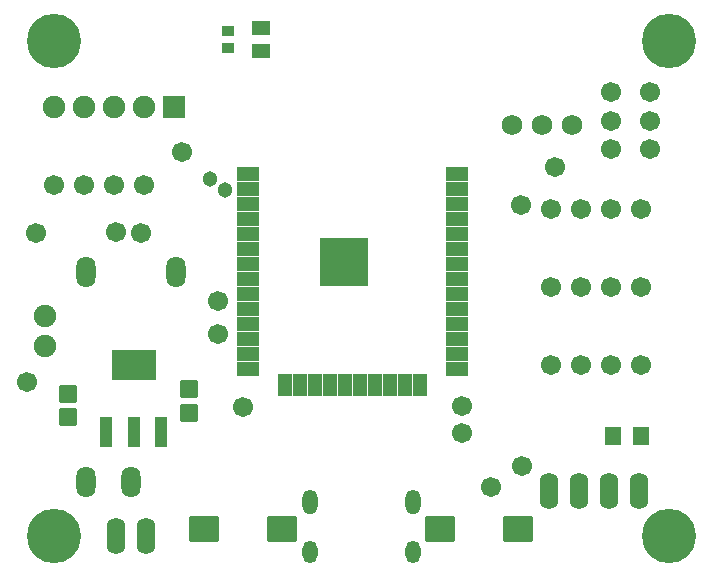
<source format=gts>
G04 Layer: TopSolderMaskLayer*
G04 EasyEDA v6.5.34, 2023-09-27 10:23:30*
G04 87bef9fe7c554d65b7a66a9a83d39501,21748b100a60428d983dd69a996fde11,10*
G04 Gerber Generator version 0.2*
G04 Scale: 100 percent, Rotated: No, Reflected: No *
G04 Dimensions in millimeters *
G04 leading zeros omitted , absolute positions ,4 integer and 5 decimal *
%FSLAX45Y45*%
%MOMM*%

%AMMACRO1*1,1,$1,$2,$3*1,1,$1,$4,$5*1,1,$1,0-$2,0-$3*1,1,$1,0-$4,0-$5*20,1,$1,$2,$3,$4,$5,0*20,1,$1,$4,$5,0-$2,0-$3,0*20,1,$1,0-$2,0-$3,0-$4,0-$5,0*20,1,$1,0-$4,0-$5,$2,$3,0*4,1,4,$2,$3,$4,$5,0-$2,0-$3,0-$4,0-$5,$2,$3,0*%
%ADD10O,1.6256000000000002X2.6416*%
%ADD11O,1.3015976000000002X1.9015964*%
%ADD12O,1.3015976000000002X2.1015960000000002*%
%ADD13MACRO1,0.1016X1.2X-1.05X-1.2X-1.05*%
%ADD14MACRO1,0.1016X-1.2X1.05X1.2X1.05*%
%ADD15MACRO1,0.1016X-0.6X0.75X0.6X0.75*%
%ADD16MACRO1,0.1016X-0.6885X0.5663X0.6885X0.5663*%
%ADD17MACRO1,0.1016X-0.6885X-0.5663X0.6885X-0.5663*%
%ADD18MACRO1,0.1016X0.45X0.4X0.45X-0.4*%
%ADD19C,1.9016*%
%ADD20C,1.7016*%
%ADD21C,1.7272*%
%ADD22MACRO1,0.1016X0.9X-0.9X-0.9X-0.9*%
%ADD23MACRO1,0.1016X0.675X-0.705X-0.675X-0.705*%
%ADD24MACRO1,0.1016X0.675X0.705X-0.675X0.705*%
%ADD25MACRO1,0.1016X-0.49X-1.235X0.49X-1.235*%
%ADD26MACRO1,0.1016X1.8X-1.235X-1.8X-1.235*%
%ADD27MACRO1,0.1016X-0.9X0.5004X0.9X0.5004*%
%ADD28MACRO1,0.1016X-0.5004X-0.9X-0.5004X0.9*%
%ADD29MACRO1,0.1016X-2X2X2X2*%
%ADD30O,1.6015970000000002X3.101594*%
%ADD31C,4.6016*%
%ADD32C,1.3016*%

%LPD*%
D10*
G01*
X2679700Y-431800D03*
G01*
X2298700Y-431800D03*
G01*
X3060700Y1346200D03*
G01*
X2298700Y1346200D03*
D11*
G01*
X4202988Y-1022095D03*
D12*
G01*
X4202988Y-604113D03*
G01*
X5068011Y-604113D03*
D11*
G01*
X5068011Y-1022095D03*
D13*
G01*
X3962196Y-825500D03*
G01*
X3302203Y-825500D03*
D14*
G01*
X5296103Y-825500D03*
G01*
X5956096Y-825500D03*
D15*
G01*
X6763410Y-38100D03*
G01*
X7003389Y-38100D03*
D16*
G01*
X3784600Y3214695D03*
D17*
G01*
X3784600Y3414704D03*
D18*
G01*
X3505200Y3244700D03*
G01*
X3505200Y3384699D03*
D19*
G01*
X1955800Y977900D03*
G01*
X1955800Y723900D03*
D20*
G01*
X6235700Y558927D03*
G01*
X6489700Y558927D03*
G01*
X6743700Y558927D03*
G01*
X6997700Y558927D03*
G01*
X6235700Y1219327D03*
G01*
X6489700Y1219327D03*
G01*
X6743700Y1219327D03*
G01*
X6997700Y1219327D03*
G01*
X6235700Y1879727D03*
G01*
X6489700Y1879727D03*
G01*
X6743700Y1879727D03*
G01*
X6997700Y1879727D03*
G01*
X2794000Y2082800D03*
G01*
X2540000Y2082800D03*
G01*
X2286000Y2082800D03*
G01*
X2032000Y2082800D03*
D21*
G01*
X5905500Y2590800D03*
G01*
X6159500Y2590800D03*
G01*
X6413500Y2590800D03*
D19*
G01*
X2032000Y2743200D03*
G01*
X2286000Y2743200D03*
G01*
X2540000Y2743200D03*
G01*
X2794000Y2743200D03*
D22*
G01*
X3048000Y2743200D03*
D23*
G01*
X3175000Y354002D03*
D24*
G01*
X3175000Y153997D03*
D23*
G01*
X2146300Y315902D03*
D24*
G01*
X2146300Y115897D03*
D25*
G01*
X2475099Y-4099D03*
G01*
X2705100Y-4099D03*
G01*
X2935100Y-4099D03*
D26*
G01*
X2705100Y562899D03*
D27*
G01*
X3674244Y1794738D03*
G01*
X3674244Y1667738D03*
G01*
X3674244Y1540738D03*
G01*
X3674244Y1413738D03*
G01*
X3674244Y1286738D03*
G01*
X3674244Y1159738D03*
G01*
X3674244Y1032738D03*
G01*
X3674244Y905738D03*
D28*
G01*
X5133339Y389663D03*
D27*
G01*
X5444355Y524738D03*
G01*
X5444355Y651738D03*
G01*
X5444355Y778738D03*
G01*
X5444355Y905738D03*
G01*
X5444355Y1032738D03*
G01*
X5444355Y1159738D03*
G01*
X5444355Y1286738D03*
D28*
G01*
X4244339Y389663D03*
D27*
G01*
X3674244Y778738D03*
G01*
X3674244Y651738D03*
G01*
X3674244Y524738D03*
D28*
G01*
X3990339Y389663D03*
G01*
X4117339Y389663D03*
D27*
G01*
X3674244Y1921738D03*
G01*
X3674244Y2048738D03*
G01*
X3674244Y2175738D03*
D28*
G01*
X4371339Y389663D03*
G01*
X4498339Y389663D03*
G01*
X4625339Y389663D03*
G01*
X5006339Y389663D03*
G01*
X4879339Y389663D03*
G01*
X4752339Y389663D03*
D27*
G01*
X5444355Y1413738D03*
G01*
X5444355Y1540738D03*
G01*
X5444355Y1667738D03*
G01*
X5444355Y1794738D03*
G01*
X5444355Y1921738D03*
G01*
X5444355Y2048738D03*
G01*
X5444355Y2175738D03*
D29*
G01*
X4489279Y1434678D03*
D30*
G01*
X6223000Y-508000D03*
G01*
X6477000Y-508000D03*
G01*
X6731000Y-508000D03*
G01*
X6985000Y-508000D03*
G01*
X2552700Y-889000D03*
G01*
X2806700Y-889000D03*
D20*
G01*
X2768600Y1676400D03*
G01*
X2552700Y1689100D03*
G01*
X3416300Y1104900D03*
G01*
X3416300Y825500D03*
G01*
X5994400Y-292100D03*
G01*
X5486400Y-12700D03*
G01*
X5981700Y1917700D03*
G01*
X6743700Y2870200D03*
G01*
X6743700Y2628900D03*
G01*
X6743700Y2387600D03*
G01*
X7073900Y2870200D03*
G01*
X7073900Y2628900D03*
G01*
X7073900Y2387600D03*
D31*
G01*
X2032000Y3302000D03*
G01*
X2032000Y-889000D03*
G01*
X7239000Y3302000D03*
G01*
X7239000Y-889000D03*
D20*
G01*
X3632200Y203200D03*
G01*
X3111500Y2362200D03*
G01*
X5486400Y215900D03*
G01*
X6273800Y2235200D03*
D32*
G01*
X3352800Y2133600D03*
G01*
X3479800Y2044700D03*
D20*
G01*
X5727700Y-469900D03*
G01*
X1803400Y419100D03*
G01*
X1879600Y1676400D03*
M02*

</source>
